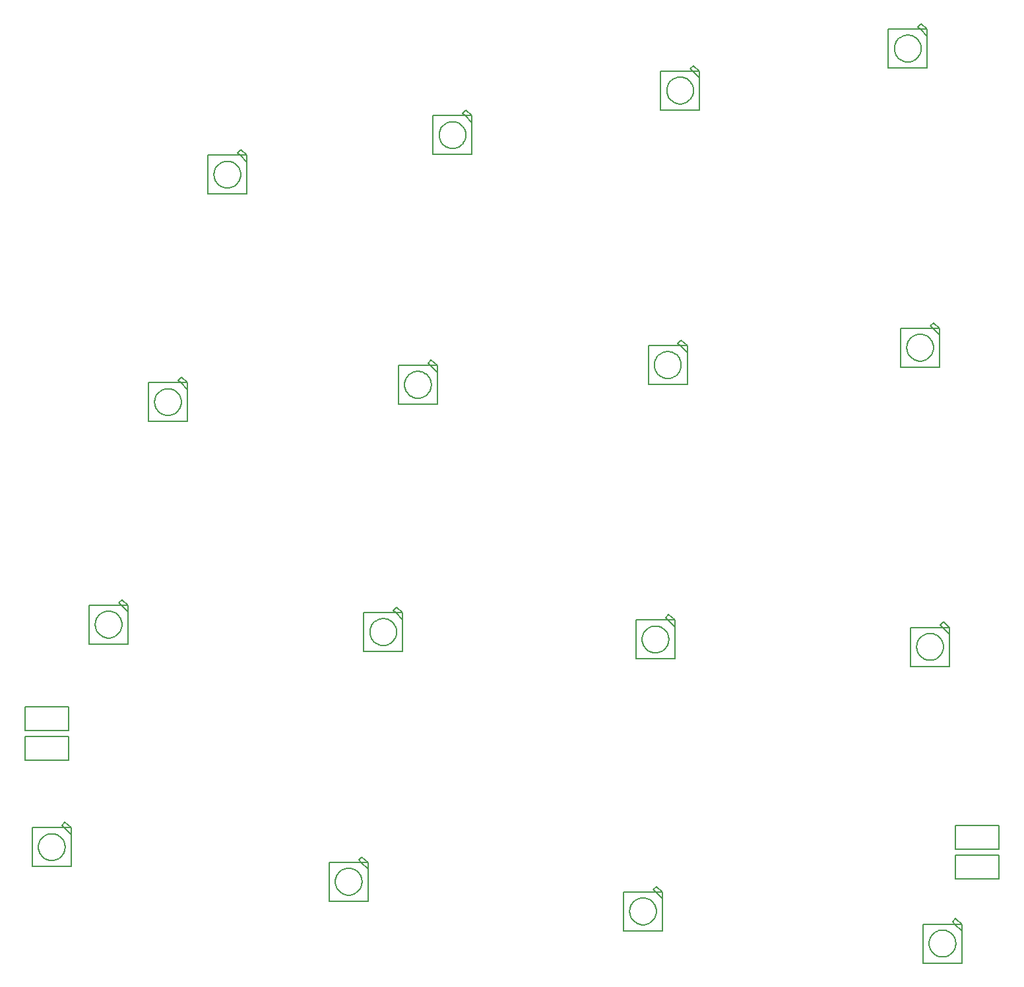
<source format=gbo>
G75*
G70*
%OFA0B0*%
%FSLAX24Y24*%
%IPPOS*%
%LPD*%
%AMOC8*
5,1,8,0,0,1.08239X$1,22.5*
%
%ADD10C,0.0050*%
%ADD11C,0.0060*%
D10*
X021026Y019776D02*
X021026Y021744D01*
X022640Y021744D01*
X022522Y021862D01*
X022679Y022020D01*
X022994Y021744D01*
X022640Y021744D01*
X022994Y021390D01*
X022994Y021744D01*
X022994Y021390D02*
X022994Y019776D01*
X021026Y019776D01*
X021333Y020760D02*
X021335Y020812D01*
X021341Y020863D01*
X021351Y020914D01*
X021365Y020964D01*
X021382Y021013D01*
X021403Y021060D01*
X021428Y021106D01*
X021456Y021149D01*
X021488Y021191D01*
X021522Y021229D01*
X021560Y021265D01*
X021600Y021298D01*
X021642Y021328D01*
X021687Y021355D01*
X021733Y021378D01*
X021781Y021397D01*
X021831Y021413D01*
X021881Y021425D01*
X021932Y021433D01*
X021984Y021437D01*
X022036Y021437D01*
X022088Y021433D01*
X022139Y021425D01*
X022189Y021413D01*
X022239Y021397D01*
X022287Y021378D01*
X022333Y021355D01*
X022378Y021328D01*
X022420Y021298D01*
X022460Y021265D01*
X022498Y021229D01*
X022532Y021191D01*
X022564Y021149D01*
X022592Y021106D01*
X022617Y021060D01*
X022638Y021013D01*
X022655Y020964D01*
X022669Y020914D01*
X022679Y020863D01*
X022685Y020812D01*
X022687Y020760D01*
X022685Y020708D01*
X022679Y020657D01*
X022669Y020606D01*
X022655Y020556D01*
X022638Y020507D01*
X022617Y020460D01*
X022592Y020414D01*
X022564Y020371D01*
X022532Y020329D01*
X022498Y020291D01*
X022460Y020255D01*
X022420Y020222D01*
X022378Y020192D01*
X022333Y020165D01*
X022287Y020142D01*
X022239Y020123D01*
X022189Y020107D01*
X022139Y020095D01*
X022088Y020087D01*
X022036Y020083D01*
X021984Y020083D01*
X021932Y020087D01*
X021881Y020095D01*
X021831Y020107D01*
X021781Y020123D01*
X021733Y020142D01*
X021687Y020165D01*
X021642Y020192D01*
X021600Y020222D01*
X021560Y020255D01*
X021522Y020291D01*
X021488Y020329D01*
X021456Y020371D01*
X021428Y020414D01*
X021403Y020460D01*
X021382Y020507D01*
X021365Y020556D01*
X021351Y020606D01*
X021341Y020657D01*
X021335Y020708D01*
X021333Y020760D01*
X023901Y031026D02*
X023901Y032994D01*
X025515Y032994D01*
X025397Y033112D01*
X025554Y033270D01*
X025869Y032994D01*
X025515Y032994D01*
X025869Y032640D01*
X025869Y032994D01*
X025869Y032640D02*
X025869Y031026D01*
X023901Y031026D01*
X024208Y032010D02*
X024210Y032062D01*
X024216Y032113D01*
X024226Y032164D01*
X024240Y032214D01*
X024257Y032263D01*
X024278Y032310D01*
X024303Y032356D01*
X024331Y032399D01*
X024363Y032441D01*
X024397Y032479D01*
X024435Y032515D01*
X024475Y032548D01*
X024517Y032578D01*
X024562Y032605D01*
X024608Y032628D01*
X024656Y032647D01*
X024706Y032663D01*
X024756Y032675D01*
X024807Y032683D01*
X024859Y032687D01*
X024911Y032687D01*
X024963Y032683D01*
X025014Y032675D01*
X025064Y032663D01*
X025114Y032647D01*
X025162Y032628D01*
X025208Y032605D01*
X025253Y032578D01*
X025295Y032548D01*
X025335Y032515D01*
X025373Y032479D01*
X025407Y032441D01*
X025439Y032399D01*
X025467Y032356D01*
X025492Y032310D01*
X025513Y032263D01*
X025530Y032214D01*
X025544Y032164D01*
X025554Y032113D01*
X025560Y032062D01*
X025562Y032010D01*
X025560Y031958D01*
X025554Y031907D01*
X025544Y031856D01*
X025530Y031806D01*
X025513Y031757D01*
X025492Y031710D01*
X025467Y031664D01*
X025439Y031621D01*
X025407Y031579D01*
X025373Y031541D01*
X025335Y031505D01*
X025295Y031472D01*
X025253Y031442D01*
X025208Y031415D01*
X025162Y031392D01*
X025114Y031373D01*
X025064Y031357D01*
X025014Y031345D01*
X024963Y031337D01*
X024911Y031333D01*
X024859Y031333D01*
X024807Y031337D01*
X024756Y031345D01*
X024706Y031357D01*
X024656Y031373D01*
X024608Y031392D01*
X024562Y031415D01*
X024517Y031442D01*
X024475Y031472D01*
X024435Y031505D01*
X024397Y031541D01*
X024363Y031579D01*
X024331Y031621D01*
X024303Y031664D01*
X024278Y031710D01*
X024257Y031757D01*
X024240Y031806D01*
X024226Y031856D01*
X024216Y031907D01*
X024210Y031958D01*
X024208Y032010D01*
X026901Y042276D02*
X026901Y044244D01*
X028515Y044244D01*
X028397Y044362D01*
X028554Y044520D01*
X028869Y044244D01*
X028515Y044244D01*
X028869Y043890D01*
X028869Y044244D01*
X028869Y043890D02*
X028869Y042276D01*
X026901Y042276D01*
X027208Y043260D02*
X027210Y043312D01*
X027216Y043363D01*
X027226Y043414D01*
X027240Y043464D01*
X027257Y043513D01*
X027278Y043560D01*
X027303Y043606D01*
X027331Y043649D01*
X027363Y043691D01*
X027397Y043729D01*
X027435Y043765D01*
X027475Y043798D01*
X027517Y043828D01*
X027562Y043855D01*
X027608Y043878D01*
X027656Y043897D01*
X027706Y043913D01*
X027756Y043925D01*
X027807Y043933D01*
X027859Y043937D01*
X027911Y043937D01*
X027963Y043933D01*
X028014Y043925D01*
X028064Y043913D01*
X028114Y043897D01*
X028162Y043878D01*
X028208Y043855D01*
X028253Y043828D01*
X028295Y043798D01*
X028335Y043765D01*
X028373Y043729D01*
X028407Y043691D01*
X028439Y043649D01*
X028467Y043606D01*
X028492Y043560D01*
X028513Y043513D01*
X028530Y043464D01*
X028544Y043414D01*
X028554Y043363D01*
X028560Y043312D01*
X028562Y043260D01*
X028560Y043208D01*
X028554Y043157D01*
X028544Y043106D01*
X028530Y043056D01*
X028513Y043007D01*
X028492Y042960D01*
X028467Y042914D01*
X028439Y042871D01*
X028407Y042829D01*
X028373Y042791D01*
X028335Y042755D01*
X028295Y042722D01*
X028253Y042692D01*
X028208Y042665D01*
X028162Y042642D01*
X028114Y042623D01*
X028064Y042607D01*
X028014Y042595D01*
X027963Y042587D01*
X027911Y042583D01*
X027859Y042583D01*
X027807Y042587D01*
X027756Y042595D01*
X027706Y042607D01*
X027656Y042623D01*
X027608Y042642D01*
X027562Y042665D01*
X027517Y042692D01*
X027475Y042722D01*
X027435Y042755D01*
X027397Y042791D01*
X027363Y042829D01*
X027331Y042871D01*
X027303Y042914D01*
X027278Y042960D01*
X027257Y043007D01*
X027240Y043056D01*
X027226Y043106D01*
X027216Y043157D01*
X027210Y043208D01*
X027208Y043260D01*
X029901Y053776D02*
X029901Y055744D01*
X031515Y055744D01*
X031397Y055862D01*
X031554Y056020D01*
X031869Y055744D01*
X031515Y055744D01*
X031869Y055390D01*
X031869Y055744D01*
X031869Y055390D02*
X031869Y053776D01*
X029901Y053776D01*
X030208Y054760D02*
X030210Y054812D01*
X030216Y054863D01*
X030226Y054914D01*
X030240Y054964D01*
X030257Y055013D01*
X030278Y055060D01*
X030303Y055106D01*
X030331Y055149D01*
X030363Y055191D01*
X030397Y055229D01*
X030435Y055265D01*
X030475Y055298D01*
X030517Y055328D01*
X030562Y055355D01*
X030608Y055378D01*
X030656Y055397D01*
X030706Y055413D01*
X030756Y055425D01*
X030807Y055433D01*
X030859Y055437D01*
X030911Y055437D01*
X030963Y055433D01*
X031014Y055425D01*
X031064Y055413D01*
X031114Y055397D01*
X031162Y055378D01*
X031208Y055355D01*
X031253Y055328D01*
X031295Y055298D01*
X031335Y055265D01*
X031373Y055229D01*
X031407Y055191D01*
X031439Y055149D01*
X031467Y055106D01*
X031492Y055060D01*
X031513Y055013D01*
X031530Y054964D01*
X031544Y054914D01*
X031554Y054863D01*
X031560Y054812D01*
X031562Y054760D01*
X031560Y054708D01*
X031554Y054657D01*
X031544Y054606D01*
X031530Y054556D01*
X031513Y054507D01*
X031492Y054460D01*
X031467Y054414D01*
X031439Y054371D01*
X031407Y054329D01*
X031373Y054291D01*
X031335Y054255D01*
X031295Y054222D01*
X031253Y054192D01*
X031208Y054165D01*
X031162Y054142D01*
X031114Y054123D01*
X031064Y054107D01*
X031014Y054095D01*
X030963Y054087D01*
X030911Y054083D01*
X030859Y054083D01*
X030807Y054087D01*
X030756Y054095D01*
X030706Y054107D01*
X030656Y054123D01*
X030608Y054142D01*
X030562Y054165D01*
X030517Y054192D01*
X030475Y054222D01*
X030435Y054255D01*
X030397Y054291D01*
X030363Y054329D01*
X030331Y054371D01*
X030303Y054414D01*
X030278Y054460D01*
X030257Y054507D01*
X030240Y054556D01*
X030226Y054606D01*
X030216Y054657D01*
X030210Y054708D01*
X030208Y054760D01*
X041276Y055776D02*
X041276Y057744D01*
X042890Y057744D01*
X042772Y057862D01*
X042929Y058020D01*
X043244Y057744D01*
X042890Y057744D01*
X043244Y057390D01*
X043244Y057744D01*
X043244Y057390D02*
X043244Y055776D01*
X041276Y055776D01*
X041583Y056760D02*
X041585Y056812D01*
X041591Y056863D01*
X041601Y056914D01*
X041615Y056964D01*
X041632Y057013D01*
X041653Y057060D01*
X041678Y057106D01*
X041706Y057149D01*
X041738Y057191D01*
X041772Y057229D01*
X041810Y057265D01*
X041850Y057298D01*
X041892Y057328D01*
X041937Y057355D01*
X041983Y057378D01*
X042031Y057397D01*
X042081Y057413D01*
X042131Y057425D01*
X042182Y057433D01*
X042234Y057437D01*
X042286Y057437D01*
X042338Y057433D01*
X042389Y057425D01*
X042439Y057413D01*
X042489Y057397D01*
X042537Y057378D01*
X042583Y057355D01*
X042628Y057328D01*
X042670Y057298D01*
X042710Y057265D01*
X042748Y057229D01*
X042782Y057191D01*
X042814Y057149D01*
X042842Y057106D01*
X042867Y057060D01*
X042888Y057013D01*
X042905Y056964D01*
X042919Y056914D01*
X042929Y056863D01*
X042935Y056812D01*
X042937Y056760D01*
X042935Y056708D01*
X042929Y056657D01*
X042919Y056606D01*
X042905Y056556D01*
X042888Y056507D01*
X042867Y056460D01*
X042842Y056414D01*
X042814Y056371D01*
X042782Y056329D01*
X042748Y056291D01*
X042710Y056255D01*
X042670Y056222D01*
X042628Y056192D01*
X042583Y056165D01*
X042537Y056142D01*
X042489Y056123D01*
X042439Y056107D01*
X042389Y056095D01*
X042338Y056087D01*
X042286Y056083D01*
X042234Y056083D01*
X042182Y056087D01*
X042131Y056095D01*
X042081Y056107D01*
X042031Y056123D01*
X041983Y056142D01*
X041937Y056165D01*
X041892Y056192D01*
X041850Y056222D01*
X041810Y056255D01*
X041772Y056291D01*
X041738Y056329D01*
X041706Y056371D01*
X041678Y056414D01*
X041653Y056460D01*
X041632Y056507D01*
X041615Y056556D01*
X041601Y056606D01*
X041591Y056657D01*
X041585Y056708D01*
X041583Y056760D01*
X052776Y058026D02*
X052776Y059994D01*
X054390Y059994D01*
X054272Y060112D01*
X054429Y060270D01*
X054744Y059994D01*
X054390Y059994D01*
X054744Y059640D01*
X054744Y059994D01*
X054744Y059640D02*
X054744Y058026D01*
X052776Y058026D01*
X053083Y059010D02*
X053085Y059062D01*
X053091Y059113D01*
X053101Y059164D01*
X053115Y059214D01*
X053132Y059263D01*
X053153Y059310D01*
X053178Y059356D01*
X053206Y059399D01*
X053238Y059441D01*
X053272Y059479D01*
X053310Y059515D01*
X053350Y059548D01*
X053392Y059578D01*
X053437Y059605D01*
X053483Y059628D01*
X053531Y059647D01*
X053581Y059663D01*
X053631Y059675D01*
X053682Y059683D01*
X053734Y059687D01*
X053786Y059687D01*
X053838Y059683D01*
X053889Y059675D01*
X053939Y059663D01*
X053989Y059647D01*
X054037Y059628D01*
X054083Y059605D01*
X054128Y059578D01*
X054170Y059548D01*
X054210Y059515D01*
X054248Y059479D01*
X054282Y059441D01*
X054314Y059399D01*
X054342Y059356D01*
X054367Y059310D01*
X054388Y059263D01*
X054405Y059214D01*
X054419Y059164D01*
X054429Y059113D01*
X054435Y059062D01*
X054437Y059010D01*
X054435Y058958D01*
X054429Y058907D01*
X054419Y058856D01*
X054405Y058806D01*
X054388Y058757D01*
X054367Y058710D01*
X054342Y058664D01*
X054314Y058621D01*
X054282Y058579D01*
X054248Y058541D01*
X054210Y058505D01*
X054170Y058472D01*
X054128Y058442D01*
X054083Y058415D01*
X054037Y058392D01*
X053989Y058373D01*
X053939Y058357D01*
X053889Y058345D01*
X053838Y058337D01*
X053786Y058333D01*
X053734Y058333D01*
X053682Y058337D01*
X053631Y058345D01*
X053581Y058357D01*
X053531Y058373D01*
X053483Y058392D01*
X053437Y058415D01*
X053392Y058442D01*
X053350Y058472D01*
X053310Y058505D01*
X053272Y058541D01*
X053238Y058579D01*
X053206Y058621D01*
X053178Y058664D01*
X053153Y058710D01*
X053132Y058757D01*
X053115Y058806D01*
X053101Y058856D01*
X053091Y058907D01*
X053085Y058958D01*
X053083Y059010D01*
X064276Y060151D02*
X064276Y062119D01*
X065890Y062119D01*
X065772Y062237D01*
X065929Y062395D01*
X066244Y062119D01*
X065890Y062119D01*
X066244Y061765D01*
X066244Y062119D01*
X066244Y061765D02*
X066244Y060151D01*
X064276Y060151D01*
X064583Y061135D02*
X064585Y061187D01*
X064591Y061238D01*
X064601Y061289D01*
X064615Y061339D01*
X064632Y061388D01*
X064653Y061435D01*
X064678Y061481D01*
X064706Y061524D01*
X064738Y061566D01*
X064772Y061604D01*
X064810Y061640D01*
X064850Y061673D01*
X064892Y061703D01*
X064937Y061730D01*
X064983Y061753D01*
X065031Y061772D01*
X065081Y061788D01*
X065131Y061800D01*
X065182Y061808D01*
X065234Y061812D01*
X065286Y061812D01*
X065338Y061808D01*
X065389Y061800D01*
X065439Y061788D01*
X065489Y061772D01*
X065537Y061753D01*
X065583Y061730D01*
X065628Y061703D01*
X065670Y061673D01*
X065710Y061640D01*
X065748Y061604D01*
X065782Y061566D01*
X065814Y061524D01*
X065842Y061481D01*
X065867Y061435D01*
X065888Y061388D01*
X065905Y061339D01*
X065919Y061289D01*
X065929Y061238D01*
X065935Y061187D01*
X065937Y061135D01*
X065935Y061083D01*
X065929Y061032D01*
X065919Y060981D01*
X065905Y060931D01*
X065888Y060882D01*
X065867Y060835D01*
X065842Y060789D01*
X065814Y060746D01*
X065782Y060704D01*
X065748Y060666D01*
X065710Y060630D01*
X065670Y060597D01*
X065628Y060567D01*
X065583Y060540D01*
X065537Y060517D01*
X065489Y060498D01*
X065439Y060482D01*
X065389Y060470D01*
X065338Y060462D01*
X065286Y060458D01*
X065234Y060458D01*
X065182Y060462D01*
X065131Y060470D01*
X065081Y060482D01*
X065031Y060498D01*
X064983Y060517D01*
X064937Y060540D01*
X064892Y060567D01*
X064850Y060597D01*
X064810Y060630D01*
X064772Y060666D01*
X064738Y060704D01*
X064706Y060746D01*
X064678Y060789D01*
X064653Y060835D01*
X064632Y060882D01*
X064615Y060931D01*
X064601Y060981D01*
X064591Y061032D01*
X064585Y061083D01*
X064583Y061135D01*
X066554Y047270D02*
X066869Y046994D01*
X066515Y046994D01*
X066397Y047112D01*
X066554Y047270D01*
X066515Y046994D02*
X066869Y046640D01*
X066869Y046994D01*
X066515Y046994D02*
X064901Y046994D01*
X064901Y045026D01*
X066869Y045026D01*
X066869Y046640D01*
X065208Y046010D02*
X065210Y046062D01*
X065216Y046113D01*
X065226Y046164D01*
X065240Y046214D01*
X065257Y046263D01*
X065278Y046310D01*
X065303Y046356D01*
X065331Y046399D01*
X065363Y046441D01*
X065397Y046479D01*
X065435Y046515D01*
X065475Y046548D01*
X065517Y046578D01*
X065562Y046605D01*
X065608Y046628D01*
X065656Y046647D01*
X065706Y046663D01*
X065756Y046675D01*
X065807Y046683D01*
X065859Y046687D01*
X065911Y046687D01*
X065963Y046683D01*
X066014Y046675D01*
X066064Y046663D01*
X066114Y046647D01*
X066162Y046628D01*
X066208Y046605D01*
X066253Y046578D01*
X066295Y046548D01*
X066335Y046515D01*
X066373Y046479D01*
X066407Y046441D01*
X066439Y046399D01*
X066467Y046356D01*
X066492Y046310D01*
X066513Y046263D01*
X066530Y046214D01*
X066544Y046164D01*
X066554Y046113D01*
X066560Y046062D01*
X066562Y046010D01*
X066560Y045958D01*
X066554Y045907D01*
X066544Y045856D01*
X066530Y045806D01*
X066513Y045757D01*
X066492Y045710D01*
X066467Y045664D01*
X066439Y045621D01*
X066407Y045579D01*
X066373Y045541D01*
X066335Y045505D01*
X066295Y045472D01*
X066253Y045442D01*
X066208Y045415D01*
X066162Y045392D01*
X066114Y045373D01*
X066064Y045357D01*
X066014Y045345D01*
X065963Y045337D01*
X065911Y045333D01*
X065859Y045333D01*
X065807Y045337D01*
X065756Y045345D01*
X065706Y045357D01*
X065656Y045373D01*
X065608Y045392D01*
X065562Y045415D01*
X065517Y045442D01*
X065475Y045472D01*
X065435Y045505D01*
X065397Y045541D01*
X065363Y045579D01*
X065331Y045621D01*
X065303Y045664D01*
X065278Y045710D01*
X065257Y045757D01*
X065240Y045806D01*
X065226Y045856D01*
X065216Y045907D01*
X065210Y045958D01*
X065208Y046010D01*
X054119Y046119D02*
X053804Y046395D01*
X053647Y046237D01*
X053765Y046119D01*
X054119Y045765D01*
X054119Y046119D01*
X053765Y046119D01*
X052151Y046119D01*
X052151Y044151D01*
X054119Y044151D01*
X054119Y045765D01*
X052458Y045135D02*
X052460Y045187D01*
X052466Y045238D01*
X052476Y045289D01*
X052490Y045339D01*
X052507Y045388D01*
X052528Y045435D01*
X052553Y045481D01*
X052581Y045524D01*
X052613Y045566D01*
X052647Y045604D01*
X052685Y045640D01*
X052725Y045673D01*
X052767Y045703D01*
X052812Y045730D01*
X052858Y045753D01*
X052906Y045772D01*
X052956Y045788D01*
X053006Y045800D01*
X053057Y045808D01*
X053109Y045812D01*
X053161Y045812D01*
X053213Y045808D01*
X053264Y045800D01*
X053314Y045788D01*
X053364Y045772D01*
X053412Y045753D01*
X053458Y045730D01*
X053503Y045703D01*
X053545Y045673D01*
X053585Y045640D01*
X053623Y045604D01*
X053657Y045566D01*
X053689Y045524D01*
X053717Y045481D01*
X053742Y045435D01*
X053763Y045388D01*
X053780Y045339D01*
X053794Y045289D01*
X053804Y045238D01*
X053810Y045187D01*
X053812Y045135D01*
X053810Y045083D01*
X053804Y045032D01*
X053794Y044981D01*
X053780Y044931D01*
X053763Y044882D01*
X053742Y044835D01*
X053717Y044789D01*
X053689Y044746D01*
X053657Y044704D01*
X053623Y044666D01*
X053585Y044630D01*
X053545Y044597D01*
X053503Y044567D01*
X053458Y044540D01*
X053412Y044517D01*
X053364Y044498D01*
X053314Y044482D01*
X053264Y044470D01*
X053213Y044462D01*
X053161Y044458D01*
X053109Y044458D01*
X053057Y044462D01*
X053006Y044470D01*
X052956Y044482D01*
X052906Y044498D01*
X052858Y044517D01*
X052812Y044540D01*
X052767Y044567D01*
X052725Y044597D01*
X052685Y044630D01*
X052647Y044666D01*
X052613Y044704D01*
X052581Y044746D01*
X052553Y044789D01*
X052528Y044835D01*
X052507Y044882D01*
X052490Y044931D01*
X052476Y044981D01*
X052466Y045032D01*
X052460Y045083D01*
X052458Y045135D01*
X041494Y045119D02*
X041179Y045395D01*
X041022Y045237D01*
X041140Y045119D01*
X041494Y044765D01*
X041494Y045119D01*
X041140Y045119D01*
X039526Y045119D01*
X039526Y043151D01*
X041494Y043151D01*
X041494Y044765D01*
X039833Y044135D02*
X039835Y044187D01*
X039841Y044238D01*
X039851Y044289D01*
X039865Y044339D01*
X039882Y044388D01*
X039903Y044435D01*
X039928Y044481D01*
X039956Y044524D01*
X039988Y044566D01*
X040022Y044604D01*
X040060Y044640D01*
X040100Y044673D01*
X040142Y044703D01*
X040187Y044730D01*
X040233Y044753D01*
X040281Y044772D01*
X040331Y044788D01*
X040381Y044800D01*
X040432Y044808D01*
X040484Y044812D01*
X040536Y044812D01*
X040588Y044808D01*
X040639Y044800D01*
X040689Y044788D01*
X040739Y044772D01*
X040787Y044753D01*
X040833Y044730D01*
X040878Y044703D01*
X040920Y044673D01*
X040960Y044640D01*
X040998Y044604D01*
X041032Y044566D01*
X041064Y044524D01*
X041092Y044481D01*
X041117Y044435D01*
X041138Y044388D01*
X041155Y044339D01*
X041169Y044289D01*
X041179Y044238D01*
X041185Y044187D01*
X041187Y044135D01*
X041185Y044083D01*
X041179Y044032D01*
X041169Y043981D01*
X041155Y043931D01*
X041138Y043882D01*
X041117Y043835D01*
X041092Y043789D01*
X041064Y043746D01*
X041032Y043704D01*
X040998Y043666D01*
X040960Y043630D01*
X040920Y043597D01*
X040878Y043567D01*
X040833Y043540D01*
X040787Y043517D01*
X040739Y043498D01*
X040689Y043482D01*
X040639Y043470D01*
X040588Y043462D01*
X040536Y043458D01*
X040484Y043458D01*
X040432Y043462D01*
X040381Y043470D01*
X040331Y043482D01*
X040281Y043498D01*
X040233Y043517D01*
X040187Y043540D01*
X040142Y043567D01*
X040100Y043597D01*
X040060Y043630D01*
X040022Y043666D01*
X039988Y043704D01*
X039956Y043746D01*
X039928Y043789D01*
X039903Y043835D01*
X039882Y043882D01*
X039865Y043931D01*
X039851Y043981D01*
X039841Y044032D01*
X039835Y044083D01*
X039833Y044135D01*
X039429Y032895D02*
X039744Y032619D01*
X039390Y032619D01*
X039272Y032737D01*
X039429Y032895D01*
X039390Y032619D02*
X039744Y032265D01*
X039744Y032619D01*
X039390Y032619D02*
X037776Y032619D01*
X037776Y030651D01*
X039744Y030651D01*
X039744Y032265D01*
X038083Y031635D02*
X038085Y031687D01*
X038091Y031738D01*
X038101Y031789D01*
X038115Y031839D01*
X038132Y031888D01*
X038153Y031935D01*
X038178Y031981D01*
X038206Y032024D01*
X038238Y032066D01*
X038272Y032104D01*
X038310Y032140D01*
X038350Y032173D01*
X038392Y032203D01*
X038437Y032230D01*
X038483Y032253D01*
X038531Y032272D01*
X038581Y032288D01*
X038631Y032300D01*
X038682Y032308D01*
X038734Y032312D01*
X038786Y032312D01*
X038838Y032308D01*
X038889Y032300D01*
X038939Y032288D01*
X038989Y032272D01*
X039037Y032253D01*
X039083Y032230D01*
X039128Y032203D01*
X039170Y032173D01*
X039210Y032140D01*
X039248Y032104D01*
X039282Y032066D01*
X039314Y032024D01*
X039342Y031981D01*
X039367Y031935D01*
X039388Y031888D01*
X039405Y031839D01*
X039419Y031789D01*
X039429Y031738D01*
X039435Y031687D01*
X039437Y031635D01*
X039435Y031583D01*
X039429Y031532D01*
X039419Y031481D01*
X039405Y031431D01*
X039388Y031382D01*
X039367Y031335D01*
X039342Y031289D01*
X039314Y031246D01*
X039282Y031204D01*
X039248Y031166D01*
X039210Y031130D01*
X039170Y031097D01*
X039128Y031067D01*
X039083Y031040D01*
X039037Y031017D01*
X038989Y030998D01*
X038939Y030982D01*
X038889Y030970D01*
X038838Y030962D01*
X038786Y030958D01*
X038734Y030958D01*
X038682Y030962D01*
X038631Y030970D01*
X038581Y030982D01*
X038531Y030998D01*
X038483Y031017D01*
X038437Y031040D01*
X038392Y031067D01*
X038350Y031097D01*
X038310Y031130D01*
X038272Y031166D01*
X038238Y031204D01*
X038206Y031246D01*
X038178Y031289D01*
X038153Y031335D01*
X038132Y031382D01*
X038115Y031431D01*
X038101Y031481D01*
X038091Y031532D01*
X038085Y031583D01*
X038083Y031635D01*
X037679Y020270D02*
X037994Y019994D01*
X037640Y019994D01*
X037522Y020112D01*
X037679Y020270D01*
X037640Y019994D02*
X037994Y019640D01*
X037994Y019994D01*
X037640Y019994D02*
X036026Y019994D01*
X036026Y018026D01*
X037994Y018026D01*
X037994Y019640D01*
X036333Y019010D02*
X036335Y019062D01*
X036341Y019113D01*
X036351Y019164D01*
X036365Y019214D01*
X036382Y019263D01*
X036403Y019310D01*
X036428Y019356D01*
X036456Y019399D01*
X036488Y019441D01*
X036522Y019479D01*
X036560Y019515D01*
X036600Y019548D01*
X036642Y019578D01*
X036687Y019605D01*
X036733Y019628D01*
X036781Y019647D01*
X036831Y019663D01*
X036881Y019675D01*
X036932Y019683D01*
X036984Y019687D01*
X037036Y019687D01*
X037088Y019683D01*
X037139Y019675D01*
X037189Y019663D01*
X037239Y019647D01*
X037287Y019628D01*
X037333Y019605D01*
X037378Y019578D01*
X037420Y019548D01*
X037460Y019515D01*
X037498Y019479D01*
X037532Y019441D01*
X037564Y019399D01*
X037592Y019356D01*
X037617Y019310D01*
X037638Y019263D01*
X037655Y019214D01*
X037669Y019164D01*
X037679Y019113D01*
X037685Y019062D01*
X037687Y019010D01*
X037685Y018958D01*
X037679Y018907D01*
X037669Y018856D01*
X037655Y018806D01*
X037638Y018757D01*
X037617Y018710D01*
X037592Y018664D01*
X037564Y018621D01*
X037532Y018579D01*
X037498Y018541D01*
X037460Y018505D01*
X037420Y018472D01*
X037378Y018442D01*
X037333Y018415D01*
X037287Y018392D01*
X037239Y018373D01*
X037189Y018357D01*
X037139Y018345D01*
X037088Y018337D01*
X037036Y018333D01*
X036984Y018333D01*
X036932Y018337D01*
X036881Y018345D01*
X036831Y018357D01*
X036781Y018373D01*
X036733Y018392D01*
X036687Y018415D01*
X036642Y018442D01*
X036600Y018472D01*
X036560Y018505D01*
X036522Y018541D01*
X036488Y018579D01*
X036456Y018621D01*
X036428Y018664D01*
X036403Y018710D01*
X036382Y018757D01*
X036365Y018806D01*
X036351Y018856D01*
X036341Y018907D01*
X036335Y018958D01*
X036333Y019010D01*
X050901Y018494D02*
X050901Y016526D01*
X052869Y016526D01*
X052869Y018140D01*
X052515Y018494D01*
X052397Y018612D01*
X052554Y018770D01*
X052869Y018494D01*
X052515Y018494D01*
X050901Y018494D01*
X051208Y017510D02*
X051210Y017562D01*
X051216Y017613D01*
X051226Y017664D01*
X051240Y017714D01*
X051257Y017763D01*
X051278Y017810D01*
X051303Y017856D01*
X051331Y017899D01*
X051363Y017941D01*
X051397Y017979D01*
X051435Y018015D01*
X051475Y018048D01*
X051517Y018078D01*
X051562Y018105D01*
X051608Y018128D01*
X051656Y018147D01*
X051706Y018163D01*
X051756Y018175D01*
X051807Y018183D01*
X051859Y018187D01*
X051911Y018187D01*
X051963Y018183D01*
X052014Y018175D01*
X052064Y018163D01*
X052114Y018147D01*
X052162Y018128D01*
X052208Y018105D01*
X052253Y018078D01*
X052295Y018048D01*
X052335Y018015D01*
X052373Y017979D01*
X052407Y017941D01*
X052439Y017899D01*
X052467Y017856D01*
X052492Y017810D01*
X052513Y017763D01*
X052530Y017714D01*
X052544Y017664D01*
X052554Y017613D01*
X052560Y017562D01*
X052562Y017510D01*
X052560Y017458D01*
X052554Y017407D01*
X052544Y017356D01*
X052530Y017306D01*
X052513Y017257D01*
X052492Y017210D01*
X052467Y017164D01*
X052439Y017121D01*
X052407Y017079D01*
X052373Y017041D01*
X052335Y017005D01*
X052295Y016972D01*
X052253Y016942D01*
X052208Y016915D01*
X052162Y016892D01*
X052114Y016873D01*
X052064Y016857D01*
X052014Y016845D01*
X051963Y016837D01*
X051911Y016833D01*
X051859Y016833D01*
X051807Y016837D01*
X051756Y016845D01*
X051706Y016857D01*
X051656Y016873D01*
X051608Y016892D01*
X051562Y016915D01*
X051517Y016942D01*
X051475Y016972D01*
X051435Y017005D01*
X051397Y017041D01*
X051363Y017079D01*
X051331Y017121D01*
X051303Y017164D01*
X051278Y017210D01*
X051257Y017257D01*
X051240Y017306D01*
X051226Y017356D01*
X051216Y017407D01*
X051210Y017458D01*
X051208Y017510D01*
X052869Y018140D02*
X052869Y018494D01*
X065401Y029901D02*
X065401Y031869D01*
X067015Y031869D01*
X066897Y031987D01*
X067054Y032145D01*
X067369Y031869D01*
X067015Y031869D01*
X067369Y031515D01*
X067369Y031869D01*
X067369Y031515D02*
X067369Y029901D01*
X065401Y029901D01*
X065708Y030885D02*
X065710Y030937D01*
X065716Y030988D01*
X065726Y031039D01*
X065740Y031089D01*
X065757Y031138D01*
X065778Y031185D01*
X065803Y031231D01*
X065831Y031274D01*
X065863Y031316D01*
X065897Y031354D01*
X065935Y031390D01*
X065975Y031423D01*
X066017Y031453D01*
X066062Y031480D01*
X066108Y031503D01*
X066156Y031522D01*
X066206Y031538D01*
X066256Y031550D01*
X066307Y031558D01*
X066359Y031562D01*
X066411Y031562D01*
X066463Y031558D01*
X066514Y031550D01*
X066564Y031538D01*
X066614Y031522D01*
X066662Y031503D01*
X066708Y031480D01*
X066753Y031453D01*
X066795Y031423D01*
X066835Y031390D01*
X066873Y031354D01*
X066907Y031316D01*
X066939Y031274D01*
X066967Y031231D01*
X066992Y031185D01*
X067013Y031138D01*
X067030Y031089D01*
X067044Y031039D01*
X067054Y030988D01*
X067060Y030937D01*
X067062Y030885D01*
X067060Y030833D01*
X067054Y030782D01*
X067044Y030731D01*
X067030Y030681D01*
X067013Y030632D01*
X066992Y030585D01*
X066967Y030539D01*
X066939Y030496D01*
X066907Y030454D01*
X066873Y030416D01*
X066835Y030380D01*
X066795Y030347D01*
X066753Y030317D01*
X066708Y030290D01*
X066662Y030267D01*
X066614Y030248D01*
X066564Y030232D01*
X066514Y030220D01*
X066463Y030212D01*
X066411Y030208D01*
X066359Y030208D01*
X066307Y030212D01*
X066256Y030220D01*
X066206Y030232D01*
X066156Y030248D01*
X066108Y030267D01*
X066062Y030290D01*
X066017Y030317D01*
X065975Y030347D01*
X065935Y030380D01*
X065897Y030416D01*
X065863Y030454D01*
X065831Y030496D01*
X065803Y030539D01*
X065778Y030585D01*
X065757Y030632D01*
X065740Y030681D01*
X065726Y030731D01*
X065716Y030782D01*
X065710Y030833D01*
X065708Y030885D01*
X053494Y030276D02*
X053494Y031890D01*
X053140Y032244D01*
X053022Y032362D01*
X053179Y032520D01*
X053494Y032244D01*
X053140Y032244D01*
X051526Y032244D01*
X051526Y030276D01*
X053494Y030276D01*
X051833Y031260D02*
X051835Y031312D01*
X051841Y031363D01*
X051851Y031414D01*
X051865Y031464D01*
X051882Y031513D01*
X051903Y031560D01*
X051928Y031606D01*
X051956Y031649D01*
X051988Y031691D01*
X052022Y031729D01*
X052060Y031765D01*
X052100Y031798D01*
X052142Y031828D01*
X052187Y031855D01*
X052233Y031878D01*
X052281Y031897D01*
X052331Y031913D01*
X052381Y031925D01*
X052432Y031933D01*
X052484Y031937D01*
X052536Y031937D01*
X052588Y031933D01*
X052639Y031925D01*
X052689Y031913D01*
X052739Y031897D01*
X052787Y031878D01*
X052833Y031855D01*
X052878Y031828D01*
X052920Y031798D01*
X052960Y031765D01*
X052998Y031729D01*
X053032Y031691D01*
X053064Y031649D01*
X053092Y031606D01*
X053117Y031560D01*
X053138Y031513D01*
X053155Y031464D01*
X053169Y031414D01*
X053179Y031363D01*
X053185Y031312D01*
X053187Y031260D01*
X053185Y031208D01*
X053179Y031157D01*
X053169Y031106D01*
X053155Y031056D01*
X053138Y031007D01*
X053117Y030960D01*
X053092Y030914D01*
X053064Y030871D01*
X053032Y030829D01*
X052998Y030791D01*
X052960Y030755D01*
X052920Y030722D01*
X052878Y030692D01*
X052833Y030665D01*
X052787Y030642D01*
X052739Y030623D01*
X052689Y030607D01*
X052639Y030595D01*
X052588Y030587D01*
X052536Y030583D01*
X052484Y030583D01*
X052432Y030587D01*
X052381Y030595D01*
X052331Y030607D01*
X052281Y030623D01*
X052233Y030642D01*
X052187Y030665D01*
X052142Y030692D01*
X052100Y030722D01*
X052060Y030755D01*
X052022Y030791D01*
X051988Y030829D01*
X051956Y030871D01*
X051928Y030914D01*
X051903Y030960D01*
X051882Y031007D01*
X051865Y031056D01*
X051851Y031106D01*
X051841Y031157D01*
X051835Y031208D01*
X051833Y031260D01*
X053494Y031890D02*
X053494Y032244D01*
X067679Y017145D02*
X067994Y016869D01*
X067640Y016869D01*
X067522Y016987D01*
X067679Y017145D01*
X067640Y016869D02*
X067994Y016515D01*
X067994Y016869D01*
X067640Y016869D02*
X066026Y016869D01*
X066026Y014901D01*
X067994Y014901D01*
X067994Y016515D01*
X066333Y015885D02*
X066335Y015937D01*
X066341Y015988D01*
X066351Y016039D01*
X066365Y016089D01*
X066382Y016138D01*
X066403Y016185D01*
X066428Y016231D01*
X066456Y016274D01*
X066488Y016316D01*
X066522Y016354D01*
X066560Y016390D01*
X066600Y016423D01*
X066642Y016453D01*
X066687Y016480D01*
X066733Y016503D01*
X066781Y016522D01*
X066831Y016538D01*
X066881Y016550D01*
X066932Y016558D01*
X066984Y016562D01*
X067036Y016562D01*
X067088Y016558D01*
X067139Y016550D01*
X067189Y016538D01*
X067239Y016522D01*
X067287Y016503D01*
X067333Y016480D01*
X067378Y016453D01*
X067420Y016423D01*
X067460Y016390D01*
X067498Y016354D01*
X067532Y016316D01*
X067564Y016274D01*
X067592Y016231D01*
X067617Y016185D01*
X067638Y016138D01*
X067655Y016089D01*
X067669Y016039D01*
X067679Y015988D01*
X067685Y015937D01*
X067687Y015885D01*
X067685Y015833D01*
X067679Y015782D01*
X067669Y015731D01*
X067655Y015681D01*
X067638Y015632D01*
X067617Y015585D01*
X067592Y015539D01*
X067564Y015496D01*
X067532Y015454D01*
X067498Y015416D01*
X067460Y015380D01*
X067420Y015347D01*
X067378Y015317D01*
X067333Y015290D01*
X067287Y015267D01*
X067239Y015248D01*
X067189Y015232D01*
X067139Y015220D01*
X067088Y015212D01*
X067036Y015208D01*
X066984Y015208D01*
X066932Y015212D01*
X066881Y015220D01*
X066831Y015232D01*
X066781Y015248D01*
X066733Y015267D01*
X066687Y015290D01*
X066642Y015317D01*
X066600Y015347D01*
X066560Y015380D01*
X066522Y015416D01*
X066488Y015454D01*
X066456Y015496D01*
X066428Y015539D01*
X066403Y015585D01*
X066382Y015632D01*
X066365Y015681D01*
X066351Y015731D01*
X066341Y015782D01*
X066335Y015833D01*
X066333Y015885D01*
D11*
X067660Y019160D02*
X069860Y019160D01*
X069860Y020360D01*
X067660Y020360D01*
X067660Y019160D01*
X067660Y020660D02*
X069860Y020660D01*
X069860Y021860D01*
X067660Y021860D01*
X067660Y020660D01*
X022860Y025160D02*
X020660Y025160D01*
X020660Y026360D01*
X022860Y026360D01*
X022860Y025160D01*
X022860Y026660D02*
X020660Y026660D01*
X020660Y027860D01*
X022860Y027860D01*
X022860Y026660D01*
M02*

</source>
